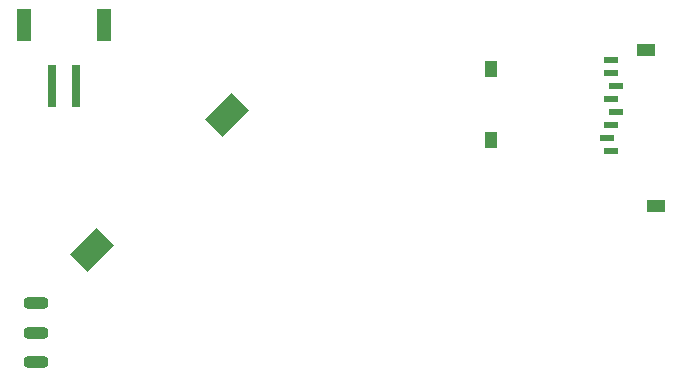
<source format=gbr>
%TF.GenerationSoftware,KiCad,Pcbnew,9.0.0-rc1*%
%TF.CreationDate,2025-02-03T21:42:01-06:00*%
%TF.ProjectId,tempo,74656d70-6f2e-46b6-9963-61645f706362,rev?*%
%TF.SameCoordinates,Original*%
%TF.FileFunction,Paste,Bot*%
%TF.FilePolarity,Positive*%
%FSLAX46Y46*%
G04 Gerber Fmt 4.6, Leading zero omitted, Abs format (unit mm)*
G04 Created by KiCad (PCBNEW 9.0.0-rc1) date 2025-02-03 21:42:01*
%MOMM*%
%LPD*%
G01*
G04 APERTURE LIST*
G04 Aperture macros list*
%AMRoundRect*
0 Rectangle with rounded corners*
0 $1 Rounding radius*
0 $2 $3 $4 $5 $6 $7 $8 $9 X,Y pos of 4 corners*
0 Add a 4 corners polygon primitive as box body*
4,1,4,$2,$3,$4,$5,$6,$7,$8,$9,$2,$3,0*
0 Add four circle primitives for the rounded corners*
1,1,$1+$1,$2,$3*
1,1,$1+$1,$4,$5*
1,1,$1+$1,$6,$7*
1,1,$1+$1,$8,$9*
0 Add four rect primitives between the rounded corners*
20,1,$1+$1,$2,$3,$4,$5,0*
20,1,$1+$1,$4,$5,$6,$7,0*
20,1,$1+$1,$6,$7,$8,$9,0*
20,1,$1+$1,$8,$9,$2,$3,0*%
%AMRotRect*
0 Rectangle, with rotation*
0 The origin of the aperture is its center*
0 $1 length*
0 $2 width*
0 $3 Rotation angle, in degrees counterclockwise*
0 Add horizontal line*
21,1,$1,$2,0,0,$3*%
G04 Aperture macros list end*
%ADD10RoundRect,0.240000X0.760000X-0.240000X0.760000X0.240000X-0.760000X0.240000X-0.760000X-0.240000X0*%
%ADD11R,1.200000X0.560000*%
%ADD12R,1.120000X1.440000*%
%ADD13R,1.520000X1.120000*%
%ADD14RotRect,3.200000X2.080000X45.000000*%
%ADD15R,0.800000X3.680000*%
%ADD16R,1.280000X2.720000*%
G04 APERTURE END LIST*
D10*
%TO.C,SW1*%
X130697500Y-108950000D03*
X130697500Y-106450000D03*
X130697500Y-103950000D03*
%TD*%
D11*
%TO.C,X1*%
X179410000Y-91090000D03*
X179010000Y-89990000D03*
X179410000Y-88890000D03*
X179810000Y-87790000D03*
X179410000Y-86690000D03*
X179810000Y-85590000D03*
X179410000Y-84490000D03*
X179410000Y-83390000D03*
D12*
X169210000Y-84090000D03*
X169210000Y-90090000D03*
D13*
X182310000Y-82490000D03*
X183210000Y-95690000D03*
%TD*%
D14*
%TO.C,B1*%
X146856768Y-87993232D03*
X135436994Y-99455433D03*
%TD*%
D15*
%TO.C,J1*%
X134060000Y-85590000D03*
X132060000Y-85590000D03*
D16*
X136460000Y-80390000D03*
X129660000Y-80390000D03*
%TD*%
M02*

</source>
